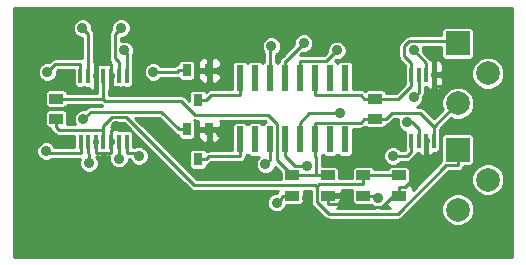
<source format=gtl>
%FSLAX34Y34*%
G04 Gerber Fmt 3.4, Leading zero omitted, Abs format*
G04 (created by PCBNEW (2014-02-02 BZR 4653)-product) date 2014-03-02 10:39:36 PM*
%MOIN*%
G01*
G70*
G90*
G04 APERTURE LIST*
%ADD10C,0.005906*%
%ADD11R,0.011800X0.051200*%
%ADD12R,0.027600X0.039400*%
%ADD13R,0.023600X0.086600*%
%ADD14R,0.045000X0.032000*%
%ADD15C,0.078700*%
%ADD16R,0.078700X0.078700*%
%ADD17C,0.035000*%
%ADD18C,0.010000*%
G04 APERTURE END LIST*
G54D10*
G54D11*
X34663Y-44367D03*
X34913Y-44367D03*
X35173Y-44367D03*
X35423Y-44367D03*
X35423Y-42167D03*
X35168Y-42167D03*
X34913Y-42167D03*
X34658Y-42167D03*
G54D12*
X27559Y-44988D03*
X27184Y-43988D03*
X27934Y-43988D03*
X27559Y-43019D03*
X27184Y-42019D03*
X27934Y-42019D03*
G54D13*
X28958Y-44330D03*
X29458Y-44330D03*
X29958Y-44330D03*
X30458Y-44330D03*
X30958Y-44330D03*
X31458Y-44330D03*
X31958Y-44330D03*
X32458Y-44330D03*
X32458Y-42284D03*
X31958Y-42284D03*
X31458Y-42284D03*
X30958Y-42284D03*
X30458Y-42284D03*
X29958Y-42284D03*
X29458Y-42284D03*
X28958Y-42284D03*
G54D14*
X33464Y-42972D03*
X33464Y-43642D03*
X31889Y-46201D03*
X31889Y-45531D03*
X34251Y-45531D03*
X34251Y-46201D03*
X33070Y-45531D03*
X33070Y-46201D03*
X30708Y-45531D03*
X30708Y-46201D03*
X22834Y-43642D03*
X22834Y-42972D03*
G54D15*
X37220Y-42125D03*
X36220Y-43125D03*
G54D16*
X36220Y-41125D03*
G54D15*
X37220Y-45669D03*
X36220Y-46669D03*
G54D16*
X36220Y-44669D03*
G54D11*
X23649Y-44407D03*
X23899Y-44407D03*
X24159Y-44407D03*
X24409Y-44407D03*
X24669Y-44407D03*
X24924Y-44407D03*
X25179Y-44407D03*
X25179Y-42207D03*
X24924Y-42207D03*
X24669Y-42207D03*
X24409Y-42207D03*
X24154Y-42207D03*
X23899Y-42207D03*
X23644Y-42207D03*
G54D17*
X37204Y-43307D03*
X31200Y-46299D03*
X27086Y-44822D03*
X28464Y-46338D03*
X33484Y-40610D03*
X31161Y-40629D03*
X28334Y-42044D03*
X32381Y-46491D03*
X24835Y-43894D03*
X24905Y-42721D03*
X28332Y-44118D03*
X34748Y-42932D03*
X25000Y-40609D03*
X25108Y-41365D03*
X30183Y-46440D03*
X33554Y-46287D03*
X23710Y-40620D03*
X32283Y-43453D03*
X31179Y-45224D03*
X29811Y-45157D03*
X26073Y-42076D03*
X23924Y-45122D03*
X22540Y-42083D03*
X22502Y-44724D03*
X32193Y-41365D03*
X24924Y-44972D03*
X25590Y-44881D03*
X34055Y-44881D03*
X34541Y-43761D03*
X34749Y-41365D03*
X30005Y-41220D03*
X31081Y-41121D03*
X23743Y-43654D03*
G54D18*
X24409Y-44407D02*
X24409Y-44020D01*
X24409Y-43881D02*
X24409Y-44020D01*
X24707Y-43583D02*
X24409Y-43881D01*
X25162Y-43583D02*
X24707Y-43583D01*
X27436Y-45857D02*
X25162Y-43583D01*
X31465Y-45857D02*
X27436Y-45857D01*
X31519Y-45911D02*
X31465Y-45857D01*
X33070Y-45821D02*
X33070Y-45531D01*
X31608Y-45821D02*
X33070Y-45821D01*
X31519Y-45911D02*
X31608Y-45821D01*
X35893Y-41125D02*
X36220Y-41125D01*
X35827Y-41059D02*
X35893Y-41125D01*
X34600Y-41059D02*
X35827Y-41059D01*
X34439Y-41220D02*
X34600Y-41059D01*
X34439Y-41562D02*
X34439Y-41220D01*
X34658Y-41781D02*
X34439Y-41562D01*
X34658Y-42167D02*
X34658Y-41781D01*
X36220Y-41125D02*
X36417Y-41125D01*
X34239Y-42972D02*
X33464Y-42972D01*
X34658Y-42553D02*
X34239Y-42972D01*
X34658Y-42167D02*
X34658Y-42553D01*
X33464Y-42972D02*
X33464Y-42972D01*
X22923Y-44020D02*
X24409Y-44020D01*
X22834Y-43932D02*
X22923Y-44020D01*
X22834Y-43642D02*
X22834Y-43932D01*
X22834Y-43642D02*
X22834Y-43642D01*
X33070Y-45531D02*
X34251Y-45531D01*
X33070Y-45531D02*
X33070Y-45531D01*
X34251Y-45531D02*
X34251Y-45531D01*
X34251Y-45531D02*
X34251Y-45531D01*
X31458Y-42847D02*
X31458Y-42284D01*
X32984Y-42847D02*
X31458Y-42847D01*
X33109Y-42972D02*
X32984Y-42847D01*
X33464Y-42972D02*
X33109Y-42972D01*
X31458Y-42284D02*
X31458Y-42284D01*
X31519Y-46403D02*
X31519Y-45911D01*
X31918Y-46802D02*
X31519Y-46403D01*
X34221Y-46802D02*
X31918Y-46802D01*
X35831Y-45192D02*
X34221Y-46802D01*
X36220Y-45192D02*
X35831Y-45192D01*
X36220Y-44669D02*
X36220Y-45192D01*
X31889Y-45531D02*
X31506Y-45531D01*
X24409Y-42207D02*
X24409Y-42972D01*
X31458Y-44893D02*
X31458Y-44330D01*
X31506Y-44940D02*
X31458Y-44893D01*
X31506Y-45531D02*
X31506Y-44940D01*
X22834Y-42972D02*
X22834Y-42972D01*
X24409Y-42972D02*
X22834Y-42972D01*
X22834Y-42972D02*
X22834Y-42972D01*
X30708Y-45531D02*
X30708Y-45531D01*
X30206Y-45029D02*
X30708Y-45531D01*
X30206Y-43826D02*
X30206Y-45029D01*
X29881Y-43501D02*
X30206Y-43826D01*
X27452Y-43501D02*
X29881Y-43501D01*
X26984Y-43033D02*
X27452Y-43501D01*
X24470Y-43033D02*
X26984Y-43033D01*
X24409Y-42972D02*
X24470Y-43033D01*
X30708Y-45531D02*
X31506Y-45531D01*
X31889Y-45531D02*
X31889Y-45531D01*
X33464Y-43642D02*
X33464Y-43642D01*
X33109Y-43642D02*
X33464Y-43642D01*
X32984Y-43766D02*
X33109Y-43642D01*
X31458Y-43766D02*
X32984Y-43766D01*
X31458Y-44330D02*
X31458Y-43766D01*
X36203Y-43125D02*
X35423Y-43906D01*
X36220Y-43125D02*
X36203Y-43125D01*
X34953Y-43436D02*
X35423Y-43906D01*
X34025Y-43436D02*
X34953Y-43436D01*
X33819Y-43642D02*
X34025Y-43436D01*
X33464Y-43642D02*
X33819Y-43642D01*
X35423Y-43906D02*
X35423Y-44367D01*
X35423Y-42167D02*
X36487Y-42167D01*
X36487Y-42167D02*
X37204Y-42885D01*
X37204Y-42885D02*
X37204Y-43307D01*
X28227Y-42044D02*
X28334Y-42044D01*
X28202Y-42019D02*
X28227Y-42044D01*
X27934Y-42019D02*
X28202Y-42019D01*
X24669Y-44793D02*
X24669Y-44407D01*
X24159Y-44793D02*
X24669Y-44793D01*
X24159Y-44407D02*
X24159Y-44793D01*
X31889Y-46491D02*
X31889Y-46201D01*
X32381Y-46491D02*
X31889Y-46491D01*
X24154Y-41820D02*
X24154Y-42207D01*
X24669Y-41820D02*
X24154Y-41820D01*
X24669Y-42207D02*
X24669Y-41820D01*
X24669Y-44020D02*
X24669Y-44407D01*
X24708Y-44020D02*
X24669Y-44020D01*
X24835Y-43894D02*
X24708Y-44020D01*
X34251Y-46201D02*
X34251Y-46201D01*
X34074Y-46201D02*
X34251Y-46201D01*
X33682Y-46592D02*
X34074Y-46201D01*
X32483Y-46592D02*
X33682Y-46592D01*
X32381Y-46491D02*
X32483Y-46592D01*
X35173Y-45207D02*
X35173Y-44367D01*
X34469Y-45911D02*
X35173Y-45207D01*
X34251Y-45911D02*
X34469Y-45911D01*
X34251Y-46201D02*
X34251Y-45911D01*
X24669Y-42593D02*
X24669Y-42207D01*
X24777Y-42593D02*
X24669Y-42593D01*
X24905Y-42721D02*
X24777Y-42593D01*
X28202Y-43988D02*
X27934Y-43988D01*
X28332Y-44118D02*
X28202Y-43988D01*
X35423Y-42553D02*
X35423Y-42167D01*
X35720Y-42553D02*
X35423Y-42553D01*
X34913Y-42768D02*
X34748Y-42932D01*
X34913Y-42167D02*
X34913Y-42768D01*
X24793Y-40816D02*
X25000Y-40609D01*
X24793Y-41605D02*
X24793Y-40816D01*
X24924Y-41736D02*
X24793Y-41605D01*
X24924Y-42207D02*
X24924Y-41736D01*
X25179Y-41436D02*
X25108Y-41365D01*
X25179Y-42207D02*
X25179Y-41436D01*
X30708Y-46201D02*
X30708Y-46201D01*
X30353Y-46270D02*
X30183Y-46440D01*
X30353Y-46201D02*
X30353Y-46270D01*
X30708Y-46201D02*
X30353Y-46201D01*
X30708Y-46201D02*
X30708Y-46201D01*
X33070Y-46201D02*
X33070Y-46201D01*
X33512Y-46287D02*
X33554Y-46287D01*
X33425Y-46201D02*
X33512Y-46287D01*
X33070Y-46201D02*
X33425Y-46201D01*
X33070Y-46201D02*
X33070Y-46201D01*
X23899Y-40809D02*
X23710Y-40620D01*
X23899Y-42207D02*
X23899Y-40809D01*
X31272Y-43453D02*
X32283Y-43453D01*
X30958Y-43766D02*
X31272Y-43453D01*
X30958Y-44329D02*
X30958Y-43766D01*
X30958Y-44329D02*
X30958Y-44330D01*
X30458Y-44893D02*
X30458Y-44330D01*
X30790Y-45224D02*
X30458Y-44893D01*
X31179Y-45224D02*
X30790Y-45224D01*
X30458Y-44329D02*
X30458Y-44330D01*
X29958Y-45010D02*
X29958Y-44330D01*
X29811Y-45157D02*
X29958Y-45010D01*
X29958Y-44330D02*
X29958Y-44329D01*
X26858Y-42076D02*
X26073Y-42076D01*
X26915Y-42019D02*
X26858Y-42076D01*
X27184Y-42019D02*
X26915Y-42019D01*
X23924Y-44817D02*
X23924Y-45122D01*
X23899Y-44793D02*
X23924Y-44817D01*
X23899Y-44407D02*
X23899Y-44793D01*
X22803Y-41820D02*
X22540Y-42083D01*
X23644Y-41820D02*
X22803Y-41820D01*
X23644Y-42207D02*
X23644Y-41820D01*
X22571Y-44793D02*
X22502Y-44724D01*
X23649Y-44793D02*
X22571Y-44793D01*
X23649Y-44407D02*
X23649Y-44793D01*
X30958Y-41720D02*
X30958Y-42284D01*
X31838Y-41720D02*
X30958Y-41720D01*
X32193Y-41365D02*
X31838Y-41720D01*
X30958Y-42284D02*
X30958Y-42284D01*
X24924Y-44972D02*
X24924Y-44407D01*
X25501Y-44793D02*
X25590Y-44881D01*
X25179Y-44793D02*
X25501Y-44793D01*
X25179Y-44407D02*
X25179Y-44793D01*
X28958Y-42847D02*
X28958Y-42284D01*
X27999Y-42847D02*
X28958Y-42847D01*
X27827Y-43019D02*
X27999Y-42847D01*
X27559Y-43019D02*
X27827Y-43019D01*
X28958Y-42284D02*
X28958Y-42284D01*
X34535Y-44881D02*
X34055Y-44881D01*
X34663Y-44753D02*
X34535Y-44881D01*
X34663Y-44367D02*
X34663Y-44753D01*
X28958Y-44893D02*
X28958Y-44330D01*
X27922Y-44893D02*
X28958Y-44893D01*
X27827Y-44988D02*
X27922Y-44893D01*
X27559Y-44988D02*
X27827Y-44988D01*
X28958Y-44330D02*
X28958Y-44329D01*
X34693Y-43761D02*
X34541Y-43761D01*
X34913Y-43981D02*
X34693Y-43761D01*
X34913Y-44367D02*
X34913Y-43981D01*
X35165Y-41781D02*
X34749Y-41365D01*
X35168Y-41781D02*
X35165Y-41781D01*
X35168Y-42167D02*
X35168Y-41781D01*
X29958Y-41267D02*
X29958Y-42284D01*
X30005Y-41220D02*
X29958Y-41267D01*
X29958Y-42284D02*
X29958Y-42284D01*
X30458Y-41720D02*
X30458Y-42284D01*
X30481Y-41720D02*
X30458Y-41720D01*
X31081Y-41121D02*
X30481Y-41720D01*
X30458Y-42284D02*
X30458Y-42284D01*
X23994Y-43403D02*
X23743Y-43654D01*
X26331Y-43403D02*
X23994Y-43403D01*
X26915Y-43988D02*
X26331Y-43403D01*
X27184Y-43988D02*
X26915Y-43988D01*
G54D10*
G36*
X24200Y-44457D02*
X24188Y-44457D01*
X24188Y-44464D01*
X24129Y-44464D01*
X24129Y-44457D01*
X24108Y-44457D01*
X24108Y-44357D01*
X24129Y-44357D01*
X24129Y-44349D01*
X24188Y-44349D01*
X24188Y-44357D01*
X24200Y-44357D01*
X24200Y-44457D01*
X24200Y-44457D01*
G37*
G54D18*
X24200Y-44457D02*
X24188Y-44457D01*
X24188Y-44464D01*
X24129Y-44464D01*
X24129Y-44457D01*
X24108Y-44457D01*
X24108Y-44357D01*
X24129Y-44357D01*
X24129Y-44349D01*
X24188Y-44349D01*
X24188Y-44357D01*
X24200Y-44357D01*
X24200Y-44457D01*
G54D10*
G36*
X24715Y-44457D02*
X24698Y-44457D01*
X24698Y-44464D01*
X24639Y-44464D01*
X24639Y-44457D01*
X24618Y-44457D01*
X24618Y-44357D01*
X24639Y-44357D01*
X24639Y-44349D01*
X24698Y-44349D01*
X24698Y-44357D01*
X24715Y-44357D01*
X24715Y-44457D01*
X24715Y-44457D01*
G37*
G54D18*
X24715Y-44457D02*
X24698Y-44457D01*
X24698Y-44464D01*
X24639Y-44464D01*
X24639Y-44457D01*
X24618Y-44457D01*
X24618Y-44357D01*
X24639Y-44357D01*
X24639Y-44349D01*
X24698Y-44349D01*
X24698Y-44357D01*
X24715Y-44357D01*
X24715Y-44457D01*
G54D10*
G36*
X25317Y-44021D02*
X25268Y-44001D01*
X25208Y-44001D01*
X25090Y-44001D01*
X25051Y-44017D01*
X25013Y-44001D01*
X24953Y-44001D01*
X24932Y-44001D01*
X24870Y-43939D01*
X24778Y-43901D01*
X24761Y-43901D01*
X24719Y-43943D01*
X24719Y-43901D01*
X24672Y-43901D01*
X24789Y-43783D01*
X25080Y-43783D01*
X25317Y-44021D01*
X25317Y-44021D01*
G37*
G54D18*
X25317Y-44021D02*
X25268Y-44001D01*
X25208Y-44001D01*
X25090Y-44001D01*
X25051Y-44017D01*
X25013Y-44001D01*
X24953Y-44001D01*
X24932Y-44001D01*
X24870Y-43939D01*
X24778Y-43901D01*
X24761Y-43901D01*
X24719Y-43943D01*
X24719Y-43901D01*
X24672Y-43901D01*
X24789Y-43783D01*
X25080Y-43783D01*
X25317Y-44021D01*
G54D10*
G36*
X30333Y-45657D02*
X27519Y-45657D01*
X25465Y-43603D01*
X26248Y-43603D01*
X26774Y-44129D01*
X26774Y-44129D01*
X26774Y-44129D01*
X26805Y-44150D01*
X26839Y-44172D01*
X26839Y-44172D01*
X26839Y-44172D01*
X26878Y-44180D01*
X26896Y-44184D01*
X26896Y-44215D01*
X26918Y-44270D01*
X26961Y-44312D01*
X27016Y-44335D01*
X27075Y-44335D01*
X27351Y-44335D01*
X27407Y-44312D01*
X27449Y-44270D01*
X27472Y-44215D01*
X27472Y-44155D01*
X27472Y-43761D01*
X27449Y-43706D01*
X27442Y-43699D01*
X27452Y-43701D01*
X27452Y-43701D01*
X27452Y-43701D01*
X27562Y-43701D01*
X27546Y-43741D01*
X27546Y-43840D01*
X27546Y-43875D01*
X27608Y-43938D01*
X27884Y-43938D01*
X27884Y-43930D01*
X27984Y-43930D01*
X27984Y-43938D01*
X28259Y-43938D01*
X28322Y-43875D01*
X28322Y-43840D01*
X28322Y-43741D01*
X28305Y-43701D01*
X29798Y-43701D01*
X29844Y-43747D01*
X29810Y-43747D01*
X29755Y-43769D01*
X29713Y-43812D01*
X29708Y-43823D01*
X29703Y-43812D01*
X29661Y-43769D01*
X29606Y-43747D01*
X29546Y-43747D01*
X29310Y-43747D01*
X29255Y-43769D01*
X29213Y-43812D01*
X29208Y-43823D01*
X29203Y-43812D01*
X29161Y-43769D01*
X29106Y-43747D01*
X29046Y-43747D01*
X28810Y-43747D01*
X28755Y-43769D01*
X28713Y-43812D01*
X28690Y-43867D01*
X28690Y-43926D01*
X28690Y-44693D01*
X28322Y-44693D01*
X28322Y-44234D01*
X28322Y-44135D01*
X28322Y-44100D01*
X28259Y-44038D01*
X27984Y-44038D01*
X27984Y-44372D01*
X28046Y-44435D01*
X28121Y-44435D01*
X28213Y-44397D01*
X28283Y-44326D01*
X28322Y-44234D01*
X28322Y-44693D01*
X27922Y-44693D01*
X27922Y-44693D01*
X27884Y-44700D01*
X27884Y-44372D01*
X27884Y-44038D01*
X27608Y-44038D01*
X27546Y-44100D01*
X27546Y-44135D01*
X27546Y-44234D01*
X27584Y-44326D01*
X27654Y-44397D01*
X27746Y-44435D01*
X27821Y-44435D01*
X27884Y-44372D01*
X27884Y-44700D01*
X27884Y-44700D01*
X27845Y-44708D01*
X27845Y-44708D01*
X27845Y-44708D01*
X27829Y-44719D01*
X27824Y-44706D01*
X27782Y-44664D01*
X27726Y-44641D01*
X27667Y-44641D01*
X27391Y-44641D01*
X27336Y-44664D01*
X27293Y-44706D01*
X27271Y-44761D01*
X27271Y-44821D01*
X27271Y-45215D01*
X27293Y-45270D01*
X27336Y-45312D01*
X27391Y-45335D01*
X27450Y-45335D01*
X27726Y-45335D01*
X27782Y-45312D01*
X27824Y-45270D01*
X27847Y-45215D01*
X27847Y-45184D01*
X27865Y-45180D01*
X27903Y-45173D01*
X27903Y-45172D01*
X27903Y-45172D01*
X27935Y-45151D01*
X27968Y-45129D01*
X27968Y-45129D01*
X28004Y-45093D01*
X28958Y-45093D01*
X29035Y-45078D01*
X29100Y-45034D01*
X29143Y-44969D01*
X29158Y-44893D01*
X29158Y-44891D01*
X29161Y-44890D01*
X29203Y-44848D01*
X29208Y-44836D01*
X29213Y-44848D01*
X29255Y-44890D01*
X29310Y-44913D01*
X29370Y-44913D01*
X29596Y-44913D01*
X29536Y-44973D01*
X29486Y-45092D01*
X29486Y-45222D01*
X29535Y-45341D01*
X29627Y-45433D01*
X29746Y-45482D01*
X29875Y-45482D01*
X29995Y-45433D01*
X30086Y-45342D01*
X30130Y-45236D01*
X30333Y-45438D01*
X30333Y-45657D01*
X30333Y-45657D01*
G37*
G54D18*
X30333Y-45657D02*
X27519Y-45657D01*
X25465Y-43603D01*
X26248Y-43603D01*
X26774Y-44129D01*
X26774Y-44129D01*
X26774Y-44129D01*
X26805Y-44150D01*
X26839Y-44172D01*
X26839Y-44172D01*
X26839Y-44172D01*
X26878Y-44180D01*
X26896Y-44184D01*
X26896Y-44215D01*
X26918Y-44270D01*
X26961Y-44312D01*
X27016Y-44335D01*
X27075Y-44335D01*
X27351Y-44335D01*
X27407Y-44312D01*
X27449Y-44270D01*
X27472Y-44215D01*
X27472Y-44155D01*
X27472Y-43761D01*
X27449Y-43706D01*
X27442Y-43699D01*
X27452Y-43701D01*
X27452Y-43701D01*
X27452Y-43701D01*
X27562Y-43701D01*
X27546Y-43741D01*
X27546Y-43840D01*
X27546Y-43875D01*
X27608Y-43938D01*
X27884Y-43938D01*
X27884Y-43930D01*
X27984Y-43930D01*
X27984Y-43938D01*
X28259Y-43938D01*
X28322Y-43875D01*
X28322Y-43840D01*
X28322Y-43741D01*
X28305Y-43701D01*
X29798Y-43701D01*
X29844Y-43747D01*
X29810Y-43747D01*
X29755Y-43769D01*
X29713Y-43812D01*
X29708Y-43823D01*
X29703Y-43812D01*
X29661Y-43769D01*
X29606Y-43747D01*
X29546Y-43747D01*
X29310Y-43747D01*
X29255Y-43769D01*
X29213Y-43812D01*
X29208Y-43823D01*
X29203Y-43812D01*
X29161Y-43769D01*
X29106Y-43747D01*
X29046Y-43747D01*
X28810Y-43747D01*
X28755Y-43769D01*
X28713Y-43812D01*
X28690Y-43867D01*
X28690Y-43926D01*
X28690Y-44693D01*
X28322Y-44693D01*
X28322Y-44234D01*
X28322Y-44135D01*
X28322Y-44100D01*
X28259Y-44038D01*
X27984Y-44038D01*
X27984Y-44372D01*
X28046Y-44435D01*
X28121Y-44435D01*
X28213Y-44397D01*
X28283Y-44326D01*
X28322Y-44234D01*
X28322Y-44693D01*
X27922Y-44693D01*
X27922Y-44693D01*
X27884Y-44700D01*
X27884Y-44372D01*
X27884Y-44038D01*
X27608Y-44038D01*
X27546Y-44100D01*
X27546Y-44135D01*
X27546Y-44234D01*
X27584Y-44326D01*
X27654Y-44397D01*
X27746Y-44435D01*
X27821Y-44435D01*
X27884Y-44372D01*
X27884Y-44700D01*
X27884Y-44700D01*
X27845Y-44708D01*
X27845Y-44708D01*
X27845Y-44708D01*
X27829Y-44719D01*
X27824Y-44706D01*
X27782Y-44664D01*
X27726Y-44641D01*
X27667Y-44641D01*
X27391Y-44641D01*
X27336Y-44664D01*
X27293Y-44706D01*
X27271Y-44761D01*
X27271Y-44821D01*
X27271Y-45215D01*
X27293Y-45270D01*
X27336Y-45312D01*
X27391Y-45335D01*
X27450Y-45335D01*
X27726Y-45335D01*
X27782Y-45312D01*
X27824Y-45270D01*
X27847Y-45215D01*
X27847Y-45184D01*
X27865Y-45180D01*
X27903Y-45173D01*
X27903Y-45172D01*
X27903Y-45172D01*
X27935Y-45151D01*
X27968Y-45129D01*
X27968Y-45129D01*
X28004Y-45093D01*
X28958Y-45093D01*
X29035Y-45078D01*
X29100Y-45034D01*
X29143Y-44969D01*
X29158Y-44893D01*
X29158Y-44891D01*
X29161Y-44890D01*
X29203Y-44848D01*
X29208Y-44836D01*
X29213Y-44848D01*
X29255Y-44890D01*
X29310Y-44913D01*
X29370Y-44913D01*
X29596Y-44913D01*
X29536Y-44973D01*
X29486Y-45092D01*
X29486Y-45222D01*
X29535Y-45341D01*
X29627Y-45433D01*
X29746Y-45482D01*
X29875Y-45482D01*
X29995Y-45433D01*
X30086Y-45342D01*
X30130Y-45236D01*
X30333Y-45438D01*
X30333Y-45657D01*
G54D10*
G36*
X33464Y-46602D02*
X32185Y-46602D01*
X32256Y-46573D01*
X32326Y-46502D01*
X32364Y-46410D01*
X32364Y-46313D01*
X32302Y-46251D01*
X31939Y-46251D01*
X31939Y-46259D01*
X31839Y-46259D01*
X31839Y-46251D01*
X31831Y-46251D01*
X31831Y-46151D01*
X31839Y-46151D01*
X31839Y-46143D01*
X31939Y-46143D01*
X31939Y-46151D01*
X32302Y-46151D01*
X32364Y-46088D01*
X32364Y-46021D01*
X32695Y-46021D01*
X32695Y-46070D01*
X32695Y-46390D01*
X32718Y-46446D01*
X32760Y-46488D01*
X32816Y-46511D01*
X32875Y-46511D01*
X33318Y-46511D01*
X33370Y-46563D01*
X33464Y-46602D01*
X33464Y-46602D01*
G37*
G54D18*
X33464Y-46602D02*
X32185Y-46602D01*
X32256Y-46573D01*
X32326Y-46502D01*
X32364Y-46410D01*
X32364Y-46313D01*
X32302Y-46251D01*
X31939Y-46251D01*
X31939Y-46259D01*
X31839Y-46259D01*
X31839Y-46251D01*
X31831Y-46251D01*
X31831Y-46151D01*
X31839Y-46151D01*
X31839Y-46143D01*
X31939Y-46143D01*
X31939Y-46151D01*
X32302Y-46151D01*
X32364Y-46088D01*
X32364Y-46021D01*
X32695Y-46021D01*
X32695Y-46070D01*
X32695Y-46390D01*
X32718Y-46446D01*
X32760Y-46488D01*
X32816Y-46511D01*
X32875Y-46511D01*
X33318Y-46511D01*
X33370Y-46563D01*
X33464Y-46602D01*
G54D10*
G36*
X33956Y-46602D02*
X33644Y-46602D01*
X33738Y-46563D01*
X33810Y-46491D01*
X33815Y-46502D01*
X33885Y-46573D01*
X33956Y-46602D01*
X33956Y-46602D01*
G37*
G54D18*
X33956Y-46602D02*
X33644Y-46602D01*
X33738Y-46563D01*
X33810Y-46491D01*
X33815Y-46502D01*
X33885Y-46573D01*
X33956Y-46602D01*
G54D10*
G36*
X34309Y-46251D02*
X34301Y-46251D01*
X34301Y-46259D01*
X34201Y-46259D01*
X34201Y-46251D01*
X34194Y-46251D01*
X34194Y-46151D01*
X34201Y-46151D01*
X34201Y-46143D01*
X34301Y-46143D01*
X34301Y-46151D01*
X34309Y-46151D01*
X34309Y-46251D01*
X34309Y-46251D01*
G37*
G54D18*
X34309Y-46251D02*
X34301Y-46251D01*
X34301Y-46259D01*
X34201Y-46259D01*
X34201Y-46251D01*
X34194Y-46251D01*
X34194Y-46151D01*
X34201Y-46151D01*
X34201Y-46143D01*
X34301Y-46143D01*
X34301Y-46151D01*
X34309Y-46151D01*
X34309Y-46251D01*
G54D10*
G36*
X38019Y-48255D02*
X37764Y-48255D01*
X37764Y-45561D01*
X37764Y-42018D01*
X37681Y-41818D01*
X37528Y-41665D01*
X37329Y-41582D01*
X37112Y-41582D01*
X36913Y-41664D01*
X36759Y-41817D01*
X36677Y-42017D01*
X36676Y-42233D01*
X36759Y-42433D01*
X36912Y-42586D01*
X37111Y-42669D01*
X37328Y-42669D01*
X37527Y-42587D01*
X37680Y-42434D01*
X37763Y-42234D01*
X37764Y-42018D01*
X37764Y-45561D01*
X37681Y-45361D01*
X37528Y-45208D01*
X37329Y-45125D01*
X37112Y-45125D01*
X36913Y-45208D01*
X36764Y-45356D01*
X36764Y-43018D01*
X36681Y-42818D01*
X36528Y-42665D01*
X36329Y-42582D01*
X36112Y-42582D01*
X35913Y-42664D01*
X35759Y-42817D01*
X35732Y-42884D01*
X35732Y-42473D01*
X35732Y-42373D01*
X35732Y-42280D01*
X35732Y-42055D01*
X35732Y-41961D01*
X35732Y-41861D01*
X35694Y-41770D01*
X35623Y-41699D01*
X35531Y-41661D01*
X35515Y-41661D01*
X35452Y-41724D01*
X35452Y-42117D01*
X35669Y-42117D01*
X35732Y-42055D01*
X35732Y-42280D01*
X35669Y-42217D01*
X35452Y-42217D01*
X35452Y-42611D01*
X35515Y-42673D01*
X35531Y-42673D01*
X35623Y-42635D01*
X35694Y-42565D01*
X35732Y-42473D01*
X35732Y-42884D01*
X35677Y-43017D01*
X35676Y-43233D01*
X35716Y-43329D01*
X35423Y-43623D01*
X35095Y-43295D01*
X35095Y-43295D01*
X35095Y-43295D01*
X35063Y-43273D01*
X35030Y-43251D01*
X35030Y-43251D01*
X35030Y-43251D01*
X34992Y-43244D01*
X34953Y-43236D01*
X34953Y-43236D01*
X34953Y-43236D01*
X34863Y-43236D01*
X34932Y-43208D01*
X35023Y-43117D01*
X35073Y-42997D01*
X35073Y-42881D01*
X35076Y-42877D01*
X35097Y-42844D01*
X35097Y-42844D01*
X35098Y-42844D01*
X35105Y-42806D01*
X35113Y-42768D01*
X35113Y-42768D01*
X35113Y-42768D01*
X35113Y-42573D01*
X35139Y-42573D01*
X35160Y-42573D01*
X35222Y-42635D01*
X35314Y-42673D01*
X35331Y-42673D01*
X35393Y-42611D01*
X35393Y-42217D01*
X35377Y-42217D01*
X35377Y-42117D01*
X35393Y-42117D01*
X35393Y-41724D01*
X35331Y-41661D01*
X35324Y-41661D01*
X35309Y-41640D01*
X35301Y-41634D01*
X35074Y-41407D01*
X35074Y-41301D01*
X35057Y-41259D01*
X35676Y-41259D01*
X35676Y-41549D01*
X35699Y-41604D01*
X35742Y-41646D01*
X35797Y-41669D01*
X35856Y-41669D01*
X36643Y-41669D01*
X36698Y-41646D01*
X36741Y-41604D01*
X36763Y-41549D01*
X36763Y-41489D01*
X36763Y-40702D01*
X36741Y-40647D01*
X36698Y-40605D01*
X36643Y-40582D01*
X36584Y-40582D01*
X35797Y-40582D01*
X35742Y-40605D01*
X35699Y-40647D01*
X35676Y-40702D01*
X35676Y-40762D01*
X35676Y-40859D01*
X34600Y-40859D01*
X34562Y-40867D01*
X34524Y-40874D01*
X34523Y-40874D01*
X34523Y-40874D01*
X34491Y-40896D01*
X34459Y-40917D01*
X34298Y-41078D01*
X34298Y-41078D01*
X34298Y-41078D01*
X34276Y-41111D01*
X34254Y-41143D01*
X34254Y-41143D01*
X34254Y-41143D01*
X34247Y-41181D01*
X34239Y-41219D01*
X34239Y-41219D01*
X34239Y-41220D01*
X34239Y-41562D01*
X34239Y-41563D01*
X34239Y-41563D01*
X34247Y-41601D01*
X34254Y-41639D01*
X34254Y-41639D01*
X34254Y-41639D01*
X34276Y-41672D01*
X34298Y-41704D01*
X34298Y-41704D01*
X34298Y-41704D01*
X34456Y-41863D01*
X34449Y-41881D01*
X34449Y-41941D01*
X34449Y-42453D01*
X34456Y-42472D01*
X34157Y-42772D01*
X33835Y-42772D01*
X33816Y-42727D01*
X33774Y-42684D01*
X33719Y-42662D01*
X33659Y-42662D01*
X33209Y-42662D01*
X33154Y-42684D01*
X33129Y-42709D01*
X33125Y-42705D01*
X33093Y-42683D01*
X33061Y-42662D01*
X33061Y-42662D01*
X33061Y-42662D01*
X33022Y-42654D01*
X32984Y-42647D01*
X32984Y-42647D01*
X32726Y-42647D01*
X32726Y-41821D01*
X32703Y-41766D01*
X32661Y-41723D01*
X32606Y-41701D01*
X32546Y-41701D01*
X32310Y-41701D01*
X32255Y-41723D01*
X32213Y-41766D01*
X32208Y-41777D01*
X32203Y-41766D01*
X32161Y-41723D01*
X32130Y-41711D01*
X32151Y-41690D01*
X32257Y-41690D01*
X32377Y-41641D01*
X32468Y-41550D01*
X32518Y-41430D01*
X32518Y-41301D01*
X32469Y-41181D01*
X32377Y-41090D01*
X32258Y-41040D01*
X32129Y-41040D01*
X32009Y-41090D01*
X31918Y-41181D01*
X31868Y-41300D01*
X31868Y-41407D01*
X31755Y-41520D01*
X30964Y-41520D01*
X31038Y-41446D01*
X31145Y-41446D01*
X31264Y-41396D01*
X31356Y-41305D01*
X31405Y-41186D01*
X31406Y-41056D01*
X31356Y-40937D01*
X31265Y-40845D01*
X31145Y-40796D01*
X31016Y-40796D01*
X30897Y-40845D01*
X30805Y-40936D01*
X30756Y-41056D01*
X30755Y-41163D01*
X30383Y-41535D01*
X30382Y-41536D01*
X30317Y-41579D01*
X30273Y-41644D01*
X30258Y-41720D01*
X30258Y-41722D01*
X30255Y-41723D01*
X30213Y-41766D01*
X30208Y-41777D01*
X30203Y-41766D01*
X30161Y-41723D01*
X30158Y-41722D01*
X30158Y-41509D01*
X30189Y-41496D01*
X30280Y-41405D01*
X30330Y-41285D01*
X30330Y-41156D01*
X30281Y-41037D01*
X30189Y-40945D01*
X30070Y-40895D01*
X29941Y-40895D01*
X29821Y-40945D01*
X29730Y-41036D01*
X29680Y-41155D01*
X29680Y-41285D01*
X29729Y-41404D01*
X29758Y-41433D01*
X29758Y-41722D01*
X29755Y-41723D01*
X29713Y-41766D01*
X29708Y-41777D01*
X29703Y-41766D01*
X29661Y-41723D01*
X29606Y-41701D01*
X29546Y-41701D01*
X29310Y-41701D01*
X29255Y-41723D01*
X29213Y-41766D01*
X29208Y-41777D01*
X29203Y-41766D01*
X29161Y-41723D01*
X29106Y-41701D01*
X29046Y-41701D01*
X28810Y-41701D01*
X28755Y-41723D01*
X28713Y-41766D01*
X28690Y-41821D01*
X28690Y-41880D01*
X28690Y-42647D01*
X28322Y-42647D01*
X28322Y-42266D01*
X28322Y-42166D01*
X28322Y-42132D01*
X28322Y-41907D01*
X28322Y-41872D01*
X28322Y-41772D01*
X28283Y-41681D01*
X28213Y-41610D01*
X28121Y-41572D01*
X28046Y-41572D01*
X27984Y-41635D01*
X27984Y-41969D01*
X28259Y-41969D01*
X28322Y-41907D01*
X28322Y-42132D01*
X28259Y-42069D01*
X27984Y-42069D01*
X27984Y-42404D01*
X28046Y-42466D01*
X28121Y-42466D01*
X28213Y-42428D01*
X28283Y-42358D01*
X28322Y-42266D01*
X28322Y-42647D01*
X27999Y-42647D01*
X27959Y-42655D01*
X27923Y-42662D01*
X27923Y-42662D01*
X27923Y-42662D01*
X27890Y-42683D01*
X27884Y-42688D01*
X27884Y-42404D01*
X27884Y-42069D01*
X27884Y-41969D01*
X27884Y-41635D01*
X27821Y-41572D01*
X27746Y-41572D01*
X27654Y-41610D01*
X27584Y-41681D01*
X27546Y-41772D01*
X27546Y-41872D01*
X27546Y-41907D01*
X27608Y-41969D01*
X27884Y-41969D01*
X27884Y-42069D01*
X27608Y-42069D01*
X27546Y-42132D01*
X27546Y-42166D01*
X27546Y-42266D01*
X27584Y-42358D01*
X27654Y-42428D01*
X27746Y-42466D01*
X27821Y-42466D01*
X27884Y-42404D01*
X27884Y-42688D01*
X27858Y-42705D01*
X27824Y-42739D01*
X27824Y-42737D01*
X27782Y-42695D01*
X27726Y-42672D01*
X27667Y-42672D01*
X27472Y-42672D01*
X27472Y-42246D01*
X27472Y-42186D01*
X27472Y-41792D01*
X27449Y-41737D01*
X27407Y-41695D01*
X27351Y-41672D01*
X27292Y-41672D01*
X27016Y-41672D01*
X26961Y-41695D01*
X26918Y-41737D01*
X26896Y-41792D01*
X26896Y-41823D01*
X26878Y-41827D01*
X26839Y-41834D01*
X26839Y-41834D01*
X26839Y-41834D01*
X26806Y-41856D01*
X26776Y-41876D01*
X26332Y-41876D01*
X26257Y-41801D01*
X26137Y-41751D01*
X26008Y-41751D01*
X25889Y-41801D01*
X25797Y-41892D01*
X25748Y-42011D01*
X25747Y-42141D01*
X25797Y-42260D01*
X25888Y-42352D01*
X26008Y-42401D01*
X26137Y-42401D01*
X26256Y-42352D01*
X26332Y-42276D01*
X26858Y-42276D01*
X26858Y-42276D01*
X26858Y-42276D01*
X26897Y-42269D01*
X26904Y-42267D01*
X26918Y-42301D01*
X26961Y-42343D01*
X27016Y-42366D01*
X27075Y-42366D01*
X27351Y-42366D01*
X27407Y-42343D01*
X27449Y-42301D01*
X27472Y-42246D01*
X27472Y-42672D01*
X27391Y-42672D01*
X27336Y-42695D01*
X27293Y-42737D01*
X27271Y-42792D01*
X27271Y-42852D01*
X27271Y-43037D01*
X27125Y-42892D01*
X27125Y-42892D01*
X27125Y-42892D01*
X27093Y-42870D01*
X27060Y-42848D01*
X27060Y-42848D01*
X27060Y-42848D01*
X27022Y-42841D01*
X26984Y-42833D01*
X26984Y-42833D01*
X26984Y-42833D01*
X25433Y-42833D01*
X24609Y-42833D01*
X24609Y-42681D01*
X24639Y-42650D01*
X24639Y-42257D01*
X24618Y-42257D01*
X24618Y-42157D01*
X24639Y-42157D01*
X24639Y-42149D01*
X24698Y-42149D01*
X24698Y-42157D01*
X24715Y-42157D01*
X24715Y-42257D01*
X24698Y-42257D01*
X24698Y-42650D01*
X24761Y-42713D01*
X24778Y-42713D01*
X24870Y-42675D01*
X24932Y-42613D01*
X25013Y-42613D01*
X25051Y-42597D01*
X25090Y-42613D01*
X25150Y-42613D01*
X25268Y-42613D01*
X25323Y-42590D01*
X25365Y-42548D01*
X25388Y-42492D01*
X25388Y-42433D01*
X25388Y-41921D01*
X25379Y-41899D01*
X25379Y-41554D01*
X25384Y-41550D01*
X25433Y-41430D01*
X25433Y-41301D01*
X25384Y-41181D01*
X25293Y-41090D01*
X25173Y-41040D01*
X25044Y-41040D01*
X24993Y-41061D01*
X24993Y-40934D01*
X25064Y-40934D01*
X25183Y-40885D01*
X25275Y-40794D01*
X25324Y-40674D01*
X25325Y-40545D01*
X25275Y-40425D01*
X25184Y-40334D01*
X25064Y-40284D01*
X24935Y-40284D01*
X24816Y-40334D01*
X24724Y-40425D01*
X24675Y-40544D01*
X24674Y-40651D01*
X24651Y-40675D01*
X24651Y-40675D01*
X24651Y-40675D01*
X24630Y-40707D01*
X24608Y-40739D01*
X24608Y-40739D01*
X24608Y-40739D01*
X24600Y-40778D01*
X24593Y-40816D01*
X24593Y-40816D01*
X24593Y-40816D01*
X24593Y-41605D01*
X24593Y-41605D01*
X24593Y-41605D01*
X24600Y-41643D01*
X24608Y-41682D01*
X24608Y-41682D01*
X24608Y-41682D01*
X24620Y-41701D01*
X24619Y-41701D01*
X24619Y-41743D01*
X24577Y-41701D01*
X24560Y-41701D01*
X24468Y-41739D01*
X24411Y-41796D01*
X24355Y-41739D01*
X24263Y-41701D01*
X24246Y-41701D01*
X24183Y-41763D01*
X24183Y-42157D01*
X24200Y-42157D01*
X24200Y-42257D01*
X24183Y-42257D01*
X24183Y-42650D01*
X24209Y-42676D01*
X24209Y-42772D01*
X24124Y-42772D01*
X24124Y-42650D01*
X24124Y-42257D01*
X24108Y-42257D01*
X24108Y-42157D01*
X24124Y-42157D01*
X24124Y-41763D01*
X24099Y-41738D01*
X24099Y-40809D01*
X24084Y-40732D01*
X24040Y-40668D01*
X24035Y-40662D01*
X24035Y-40555D01*
X23985Y-40436D01*
X23894Y-40344D01*
X23775Y-40295D01*
X23645Y-40295D01*
X23526Y-40344D01*
X23434Y-40435D01*
X23385Y-40555D01*
X23385Y-40684D01*
X23434Y-40803D01*
X23525Y-40895D01*
X23645Y-40945D01*
X23699Y-40945D01*
X23699Y-41631D01*
X23644Y-41620D01*
X22803Y-41620D01*
X22803Y-41620D01*
X22803Y-41620D01*
X22766Y-41628D01*
X22726Y-41636D01*
X22726Y-41636D01*
X22726Y-41636D01*
X22695Y-41657D01*
X22661Y-41679D01*
X22661Y-41679D01*
X22661Y-41679D01*
X22582Y-41758D01*
X22476Y-41758D01*
X22356Y-41807D01*
X22265Y-41899D01*
X22215Y-42018D01*
X22215Y-42147D01*
X22265Y-42267D01*
X22356Y-42358D01*
X22475Y-42408D01*
X22605Y-42408D01*
X22724Y-42359D01*
X22816Y-42267D01*
X22865Y-42148D01*
X22865Y-42041D01*
X22886Y-42020D01*
X23435Y-42020D01*
X23435Y-42492D01*
X23458Y-42548D01*
X23500Y-42590D01*
X23555Y-42613D01*
X23615Y-42613D01*
X23733Y-42613D01*
X23771Y-42597D01*
X23810Y-42613D01*
X23870Y-42613D01*
X23891Y-42613D01*
X23953Y-42675D01*
X24045Y-42713D01*
X24062Y-42713D01*
X24124Y-42650D01*
X24124Y-42772D01*
X23205Y-42772D01*
X23186Y-42727D01*
X23144Y-42684D01*
X23089Y-42662D01*
X23029Y-42662D01*
X22579Y-42662D01*
X22524Y-42684D01*
X22482Y-42727D01*
X22459Y-42782D01*
X22459Y-42841D01*
X22459Y-43161D01*
X22482Y-43217D01*
X22524Y-43259D01*
X22579Y-43282D01*
X22639Y-43282D01*
X23089Y-43282D01*
X23144Y-43259D01*
X23186Y-43217D01*
X23205Y-43172D01*
X24326Y-43172D01*
X24329Y-43174D01*
X24329Y-43175D01*
X24362Y-43196D01*
X24372Y-43203D01*
X23994Y-43203D01*
X23994Y-43203D01*
X23994Y-43203D01*
X23956Y-43211D01*
X23917Y-43218D01*
X23917Y-43218D01*
X23917Y-43218D01*
X23885Y-43240D01*
X23852Y-43262D01*
X23852Y-43262D01*
X23852Y-43262D01*
X23785Y-43329D01*
X23679Y-43329D01*
X23559Y-43378D01*
X23468Y-43469D01*
X23418Y-43589D01*
X23418Y-43718D01*
X23460Y-43820D01*
X23209Y-43820D01*
X23209Y-43772D01*
X23209Y-43452D01*
X23186Y-43397D01*
X23144Y-43354D01*
X23089Y-43332D01*
X23029Y-43332D01*
X22579Y-43332D01*
X22524Y-43354D01*
X22482Y-43397D01*
X22459Y-43452D01*
X22459Y-43511D01*
X22459Y-43831D01*
X22482Y-43887D01*
X22524Y-43929D01*
X22579Y-43952D01*
X22638Y-43952D01*
X22642Y-43970D01*
X22649Y-44008D01*
X22649Y-44008D01*
X22649Y-44009D01*
X22671Y-44041D01*
X22693Y-44073D01*
X22693Y-44073D01*
X22693Y-44073D01*
X22782Y-44162D01*
X22782Y-44162D01*
X22814Y-44184D01*
X22846Y-44205D01*
X22846Y-44205D01*
X22847Y-44205D01*
X22885Y-44213D01*
X22923Y-44220D01*
X23440Y-44220D01*
X23440Y-44593D01*
X22800Y-44593D01*
X22778Y-44540D01*
X22686Y-44448D01*
X22567Y-44399D01*
X22438Y-44398D01*
X22318Y-44448D01*
X22227Y-44539D01*
X22177Y-44659D01*
X22177Y-44788D01*
X22226Y-44907D01*
X22318Y-44999D01*
X22437Y-45048D01*
X22566Y-45049D01*
X22686Y-44999D01*
X22692Y-44993D01*
X23625Y-44993D01*
X23599Y-45057D01*
X23599Y-45186D01*
X23648Y-45306D01*
X23739Y-45397D01*
X23859Y-45447D01*
X23988Y-45447D01*
X24107Y-45398D01*
X24199Y-45306D01*
X24249Y-45187D01*
X24249Y-45058D01*
X24199Y-44938D01*
X24174Y-44913D01*
X24209Y-44913D01*
X24209Y-44871D01*
X24251Y-44913D01*
X24268Y-44913D01*
X24360Y-44875D01*
X24414Y-44820D01*
X24468Y-44875D01*
X24560Y-44913D01*
X24577Y-44913D01*
X24611Y-44879D01*
X24599Y-44907D01*
X24599Y-45037D01*
X24648Y-45156D01*
X24740Y-45248D01*
X24859Y-45297D01*
X24988Y-45297D01*
X25108Y-45248D01*
X25199Y-45157D01*
X25249Y-45037D01*
X25249Y-44993D01*
X25284Y-44993D01*
X25314Y-45065D01*
X25406Y-45157D01*
X25525Y-45206D01*
X25654Y-45206D01*
X25774Y-45157D01*
X25865Y-45066D01*
X25915Y-44946D01*
X25915Y-44817D01*
X25866Y-44698D01*
X25774Y-44606D01*
X25655Y-44556D01*
X25526Y-44556D01*
X25437Y-44593D01*
X25388Y-44593D01*
X25388Y-44121D01*
X25367Y-44071D01*
X27294Y-45998D01*
X27294Y-45998D01*
X27327Y-46020D01*
X27359Y-46041D01*
X27359Y-46041D01*
X27359Y-46041D01*
X27396Y-46049D01*
X27436Y-46057D01*
X27436Y-46057D01*
X30216Y-46057D01*
X30212Y-46059D01*
X30174Y-46115D01*
X30119Y-46115D01*
X30000Y-46164D01*
X29908Y-46256D01*
X29858Y-46375D01*
X29858Y-46504D01*
X29908Y-46624D01*
X29999Y-46715D01*
X30118Y-46765D01*
X30248Y-46765D01*
X30367Y-46716D01*
X30459Y-46624D01*
X30506Y-46511D01*
X30513Y-46511D01*
X30963Y-46511D01*
X31018Y-46488D01*
X31060Y-46446D01*
X31083Y-46390D01*
X31083Y-46331D01*
X31083Y-46057D01*
X31319Y-46057D01*
X31319Y-46403D01*
X31319Y-46403D01*
X31327Y-46443D01*
X31334Y-46479D01*
X31334Y-46479D01*
X31334Y-46479D01*
X31355Y-46511D01*
X31377Y-46544D01*
X31776Y-46943D01*
X31776Y-46943D01*
X31776Y-46943D01*
X31808Y-46964D01*
X31841Y-46987D01*
X31841Y-46987D01*
X31841Y-46987D01*
X31881Y-46995D01*
X31918Y-47002D01*
X31918Y-47002D01*
X31918Y-47002D01*
X34221Y-47002D01*
X34298Y-46987D01*
X34362Y-46943D01*
X35913Y-45392D01*
X36220Y-45392D01*
X36297Y-45377D01*
X36361Y-45334D01*
X36405Y-45269D01*
X36416Y-45212D01*
X36643Y-45212D01*
X36698Y-45189D01*
X36741Y-45147D01*
X36763Y-45092D01*
X36763Y-45032D01*
X36763Y-44245D01*
X36741Y-44190D01*
X36698Y-44148D01*
X36643Y-44125D01*
X36584Y-44125D01*
X35797Y-44125D01*
X35742Y-44148D01*
X35699Y-44190D01*
X35676Y-44245D01*
X35676Y-44305D01*
X35676Y-45064D01*
X34726Y-46014D01*
X34726Y-45991D01*
X34688Y-45899D01*
X34618Y-45829D01*
X34570Y-45809D01*
X34604Y-45776D01*
X34626Y-45720D01*
X34626Y-45661D01*
X34626Y-45341D01*
X34604Y-45286D01*
X34561Y-45243D01*
X34506Y-45221D01*
X34447Y-45221D01*
X33997Y-45221D01*
X33942Y-45243D01*
X33899Y-45286D01*
X33881Y-45331D01*
X33441Y-45331D01*
X33423Y-45286D01*
X33380Y-45243D01*
X33325Y-45221D01*
X33266Y-45221D01*
X32816Y-45221D01*
X32760Y-45243D01*
X32718Y-45286D01*
X32695Y-45341D01*
X32695Y-45400D01*
X32695Y-45621D01*
X32264Y-45621D01*
X32264Y-45341D01*
X32241Y-45286D01*
X32199Y-45243D01*
X32144Y-45221D01*
X32084Y-45221D01*
X31706Y-45221D01*
X31706Y-44940D01*
X31691Y-44864D01*
X31689Y-44862D01*
X31703Y-44848D01*
X31708Y-44836D01*
X31713Y-44848D01*
X31755Y-44890D01*
X31810Y-44913D01*
X31870Y-44913D01*
X32106Y-44913D01*
X32161Y-44890D01*
X32203Y-44848D01*
X32208Y-44836D01*
X32213Y-44848D01*
X32255Y-44890D01*
X32310Y-44913D01*
X32370Y-44913D01*
X32606Y-44913D01*
X32661Y-44890D01*
X32703Y-44848D01*
X32726Y-44792D01*
X32726Y-44733D01*
X32726Y-43966D01*
X32984Y-43966D01*
X32984Y-43966D01*
X33022Y-43959D01*
X33061Y-43951D01*
X33061Y-43951D01*
X33061Y-43951D01*
X33093Y-43930D01*
X33125Y-43908D01*
X33125Y-43908D01*
X33129Y-43904D01*
X33154Y-43929D01*
X33209Y-43952D01*
X33269Y-43952D01*
X33719Y-43952D01*
X33774Y-43929D01*
X33816Y-43887D01*
X33836Y-43838D01*
X33857Y-43834D01*
X33896Y-43826D01*
X33896Y-43826D01*
X33896Y-43826D01*
X33928Y-43805D01*
X33961Y-43783D01*
X33961Y-43783D01*
X33961Y-43783D01*
X34107Y-43636D01*
X34241Y-43636D01*
X34216Y-43696D01*
X34216Y-43826D01*
X34265Y-43945D01*
X34356Y-44037D01*
X34455Y-44078D01*
X34454Y-44081D01*
X34454Y-44141D01*
X34454Y-44653D01*
X34461Y-44672D01*
X34452Y-44681D01*
X34314Y-44681D01*
X34239Y-44606D01*
X34120Y-44556D01*
X33990Y-44556D01*
X33871Y-44606D01*
X33779Y-44697D01*
X33730Y-44816D01*
X33730Y-44946D01*
X33779Y-45065D01*
X33870Y-45157D01*
X33990Y-45206D01*
X34119Y-45206D01*
X34238Y-45157D01*
X34314Y-45081D01*
X34535Y-45081D01*
X34535Y-45081D01*
X34573Y-45074D01*
X34611Y-45066D01*
X34611Y-45066D01*
X34611Y-45066D01*
X34644Y-45044D01*
X34676Y-45023D01*
X34676Y-45023D01*
X34804Y-44895D01*
X34804Y-44895D01*
X34804Y-44895D01*
X34826Y-44863D01*
X34847Y-44830D01*
X34847Y-44830D01*
X34848Y-44830D01*
X34855Y-44792D01*
X34859Y-44773D01*
X34884Y-44773D01*
X34910Y-44773D01*
X34972Y-44835D01*
X35064Y-44873D01*
X35081Y-44873D01*
X35143Y-44811D01*
X35143Y-44417D01*
X35122Y-44417D01*
X35122Y-44317D01*
X35143Y-44317D01*
X35143Y-44309D01*
X35202Y-44309D01*
X35202Y-44317D01*
X35214Y-44317D01*
X35214Y-44417D01*
X35202Y-44417D01*
X35202Y-44811D01*
X35265Y-44873D01*
X35281Y-44873D01*
X35373Y-44835D01*
X35435Y-44773D01*
X35512Y-44773D01*
X35567Y-44750D01*
X35609Y-44708D01*
X35632Y-44653D01*
X35632Y-44593D01*
X35632Y-44081D01*
X35623Y-44060D01*
X35623Y-43989D01*
X35992Y-43619D01*
X36111Y-43669D01*
X36328Y-43669D01*
X36527Y-43587D01*
X36680Y-43434D01*
X36763Y-43234D01*
X36764Y-43018D01*
X36764Y-45356D01*
X36759Y-45361D01*
X36677Y-45560D01*
X36676Y-45776D01*
X36759Y-45976D01*
X36912Y-46129D01*
X37111Y-46212D01*
X37328Y-46212D01*
X37527Y-46130D01*
X37680Y-45977D01*
X37763Y-45777D01*
X37764Y-45561D01*
X37764Y-48255D01*
X36764Y-48255D01*
X36764Y-46561D01*
X36681Y-46361D01*
X36528Y-46208D01*
X36329Y-46125D01*
X36112Y-46125D01*
X35913Y-46208D01*
X35759Y-46361D01*
X35677Y-46560D01*
X35676Y-46776D01*
X35759Y-46976D01*
X35912Y-47129D01*
X36111Y-47212D01*
X36328Y-47212D01*
X36527Y-47130D01*
X36680Y-46977D01*
X36763Y-46777D01*
X36764Y-46561D01*
X36764Y-48255D01*
X21429Y-48255D01*
X21429Y-39933D01*
X38019Y-39933D01*
X38019Y-48255D01*
X38019Y-48255D01*
G37*
G54D18*
X38019Y-48255D02*
X37764Y-48255D01*
X37764Y-45561D01*
X37764Y-42018D01*
X37681Y-41818D01*
X37528Y-41665D01*
X37329Y-41582D01*
X37112Y-41582D01*
X36913Y-41664D01*
X36759Y-41817D01*
X36677Y-42017D01*
X36676Y-42233D01*
X36759Y-42433D01*
X36912Y-42586D01*
X37111Y-42669D01*
X37328Y-42669D01*
X37527Y-42587D01*
X37680Y-42434D01*
X37763Y-42234D01*
X37764Y-42018D01*
X37764Y-45561D01*
X37681Y-45361D01*
X37528Y-45208D01*
X37329Y-45125D01*
X37112Y-45125D01*
X36913Y-45208D01*
X36764Y-45356D01*
X36764Y-43018D01*
X36681Y-42818D01*
X36528Y-42665D01*
X36329Y-42582D01*
X36112Y-42582D01*
X35913Y-42664D01*
X35759Y-42817D01*
X35732Y-42884D01*
X35732Y-42473D01*
X35732Y-42373D01*
X35732Y-42280D01*
X35732Y-42055D01*
X35732Y-41961D01*
X35732Y-41861D01*
X35694Y-41770D01*
X35623Y-41699D01*
X35531Y-41661D01*
X35515Y-41661D01*
X35452Y-41724D01*
X35452Y-42117D01*
X35669Y-42117D01*
X35732Y-42055D01*
X35732Y-42280D01*
X35669Y-42217D01*
X35452Y-42217D01*
X35452Y-42611D01*
X35515Y-42673D01*
X35531Y-42673D01*
X35623Y-42635D01*
X35694Y-42565D01*
X35732Y-42473D01*
X35732Y-42884D01*
X35677Y-43017D01*
X35676Y-43233D01*
X35716Y-43329D01*
X35423Y-43623D01*
X35095Y-43295D01*
X35095Y-43295D01*
X35095Y-43295D01*
X35063Y-43273D01*
X35030Y-43251D01*
X35030Y-43251D01*
X35030Y-43251D01*
X34992Y-43244D01*
X34953Y-43236D01*
X34953Y-43236D01*
X34953Y-43236D01*
X34863Y-43236D01*
X34932Y-43208D01*
X35023Y-43117D01*
X35073Y-42997D01*
X35073Y-42881D01*
X35076Y-42877D01*
X35097Y-42844D01*
X35097Y-42844D01*
X35098Y-42844D01*
X35105Y-42806D01*
X35113Y-42768D01*
X35113Y-42768D01*
X35113Y-42768D01*
X35113Y-42573D01*
X35139Y-42573D01*
X35160Y-42573D01*
X35222Y-42635D01*
X35314Y-42673D01*
X35331Y-42673D01*
X35393Y-42611D01*
X35393Y-42217D01*
X35377Y-42217D01*
X35377Y-42117D01*
X35393Y-42117D01*
X35393Y-41724D01*
X35331Y-41661D01*
X35324Y-41661D01*
X35309Y-41640D01*
X35301Y-41634D01*
X35074Y-41407D01*
X35074Y-41301D01*
X35057Y-41259D01*
X35676Y-41259D01*
X35676Y-41549D01*
X35699Y-41604D01*
X35742Y-41646D01*
X35797Y-41669D01*
X35856Y-41669D01*
X36643Y-41669D01*
X36698Y-41646D01*
X36741Y-41604D01*
X36763Y-41549D01*
X36763Y-41489D01*
X36763Y-40702D01*
X36741Y-40647D01*
X36698Y-40605D01*
X36643Y-40582D01*
X36584Y-40582D01*
X35797Y-40582D01*
X35742Y-40605D01*
X35699Y-40647D01*
X35676Y-40702D01*
X35676Y-40762D01*
X35676Y-40859D01*
X34600Y-40859D01*
X34562Y-40867D01*
X34524Y-40874D01*
X34523Y-40874D01*
X34523Y-40874D01*
X34491Y-40896D01*
X34459Y-40917D01*
X34298Y-41078D01*
X34298Y-41078D01*
X34298Y-41078D01*
X34276Y-41111D01*
X34254Y-41143D01*
X34254Y-41143D01*
X34254Y-41143D01*
X34247Y-41181D01*
X34239Y-41219D01*
X34239Y-41219D01*
X34239Y-41220D01*
X34239Y-41562D01*
X34239Y-41563D01*
X34239Y-41563D01*
X34247Y-41601D01*
X34254Y-41639D01*
X34254Y-41639D01*
X34254Y-41639D01*
X34276Y-41672D01*
X34298Y-41704D01*
X34298Y-41704D01*
X34298Y-41704D01*
X34456Y-41863D01*
X34449Y-41881D01*
X34449Y-41941D01*
X34449Y-42453D01*
X34456Y-42472D01*
X34157Y-42772D01*
X33835Y-42772D01*
X33816Y-42727D01*
X33774Y-42684D01*
X33719Y-42662D01*
X33659Y-42662D01*
X33209Y-42662D01*
X33154Y-42684D01*
X33129Y-42709D01*
X33125Y-42705D01*
X33093Y-42683D01*
X33061Y-42662D01*
X33061Y-42662D01*
X33061Y-42662D01*
X33022Y-42654D01*
X32984Y-42647D01*
X32984Y-42647D01*
X32726Y-42647D01*
X32726Y-41821D01*
X32703Y-41766D01*
X32661Y-41723D01*
X32606Y-41701D01*
X32546Y-41701D01*
X32310Y-41701D01*
X32255Y-41723D01*
X32213Y-41766D01*
X32208Y-41777D01*
X32203Y-41766D01*
X32161Y-41723D01*
X32130Y-41711D01*
X32151Y-41690D01*
X32257Y-41690D01*
X32377Y-41641D01*
X32468Y-41550D01*
X32518Y-41430D01*
X32518Y-41301D01*
X32469Y-41181D01*
X32377Y-41090D01*
X32258Y-41040D01*
X32129Y-41040D01*
X32009Y-41090D01*
X31918Y-41181D01*
X31868Y-41300D01*
X31868Y-41407D01*
X31755Y-41520D01*
X30964Y-41520D01*
X31038Y-41446D01*
X31145Y-41446D01*
X31264Y-41396D01*
X31356Y-41305D01*
X31405Y-41186D01*
X31406Y-41056D01*
X31356Y-40937D01*
X31265Y-40845D01*
X31145Y-40796D01*
X31016Y-40796D01*
X30897Y-40845D01*
X30805Y-40936D01*
X30756Y-41056D01*
X30755Y-41163D01*
X30383Y-41535D01*
X30382Y-41536D01*
X30317Y-41579D01*
X30273Y-41644D01*
X30258Y-41720D01*
X30258Y-41722D01*
X30255Y-41723D01*
X30213Y-41766D01*
X30208Y-41777D01*
X30203Y-41766D01*
X30161Y-41723D01*
X30158Y-41722D01*
X30158Y-41509D01*
X30189Y-41496D01*
X30280Y-41405D01*
X30330Y-41285D01*
X30330Y-41156D01*
X30281Y-41037D01*
X30189Y-40945D01*
X30070Y-40895D01*
X29941Y-40895D01*
X29821Y-40945D01*
X29730Y-41036D01*
X29680Y-41155D01*
X29680Y-41285D01*
X29729Y-41404D01*
X29758Y-41433D01*
X29758Y-41722D01*
X29755Y-41723D01*
X29713Y-41766D01*
X29708Y-41777D01*
X29703Y-41766D01*
X29661Y-41723D01*
X29606Y-41701D01*
X29546Y-41701D01*
X29310Y-41701D01*
X29255Y-41723D01*
X29213Y-41766D01*
X29208Y-41777D01*
X29203Y-41766D01*
X29161Y-41723D01*
X29106Y-41701D01*
X29046Y-41701D01*
X28810Y-41701D01*
X28755Y-41723D01*
X28713Y-41766D01*
X28690Y-41821D01*
X28690Y-41880D01*
X28690Y-42647D01*
X28322Y-42647D01*
X28322Y-42266D01*
X28322Y-42166D01*
X28322Y-42132D01*
X28322Y-41907D01*
X28322Y-41872D01*
X28322Y-41772D01*
X28283Y-41681D01*
X28213Y-41610D01*
X28121Y-41572D01*
X28046Y-41572D01*
X27984Y-41635D01*
X27984Y-41969D01*
X28259Y-41969D01*
X28322Y-41907D01*
X28322Y-42132D01*
X28259Y-42069D01*
X27984Y-42069D01*
X27984Y-42404D01*
X28046Y-42466D01*
X28121Y-42466D01*
X28213Y-42428D01*
X28283Y-42358D01*
X28322Y-42266D01*
X28322Y-42647D01*
X27999Y-42647D01*
X27959Y-42655D01*
X27923Y-42662D01*
X27923Y-42662D01*
X27923Y-42662D01*
X27890Y-42683D01*
X27884Y-42688D01*
X27884Y-42404D01*
X27884Y-42069D01*
X27884Y-41969D01*
X27884Y-41635D01*
X27821Y-41572D01*
X27746Y-41572D01*
X27654Y-41610D01*
X27584Y-41681D01*
X27546Y-41772D01*
X27546Y-41872D01*
X27546Y-41907D01*
X27608Y-41969D01*
X27884Y-41969D01*
X27884Y-42069D01*
X27608Y-42069D01*
X27546Y-42132D01*
X27546Y-42166D01*
X27546Y-42266D01*
X27584Y-42358D01*
X27654Y-42428D01*
X27746Y-42466D01*
X27821Y-42466D01*
X27884Y-42404D01*
X27884Y-42688D01*
X27858Y-42705D01*
X27824Y-42739D01*
X27824Y-42737D01*
X27782Y-42695D01*
X27726Y-42672D01*
X27667Y-42672D01*
X27472Y-42672D01*
X27472Y-42246D01*
X27472Y-42186D01*
X27472Y-41792D01*
X27449Y-41737D01*
X27407Y-41695D01*
X27351Y-41672D01*
X27292Y-41672D01*
X27016Y-41672D01*
X26961Y-41695D01*
X26918Y-41737D01*
X26896Y-41792D01*
X26896Y-41823D01*
X26878Y-41827D01*
X26839Y-41834D01*
X26839Y-41834D01*
X26839Y-41834D01*
X26806Y-41856D01*
X26776Y-41876D01*
X26332Y-41876D01*
X26257Y-41801D01*
X26137Y-41751D01*
X26008Y-41751D01*
X25889Y-41801D01*
X25797Y-41892D01*
X25748Y-42011D01*
X25747Y-42141D01*
X25797Y-42260D01*
X25888Y-42352D01*
X26008Y-42401D01*
X26137Y-42401D01*
X26256Y-42352D01*
X26332Y-42276D01*
X26858Y-42276D01*
X26858Y-42276D01*
X26858Y-42276D01*
X26897Y-42269D01*
X26904Y-42267D01*
X26918Y-42301D01*
X26961Y-42343D01*
X27016Y-42366D01*
X27075Y-42366D01*
X27351Y-42366D01*
X27407Y-42343D01*
X27449Y-42301D01*
X27472Y-42246D01*
X27472Y-42672D01*
X27391Y-42672D01*
X27336Y-42695D01*
X27293Y-42737D01*
X27271Y-42792D01*
X27271Y-42852D01*
X27271Y-43037D01*
X27125Y-42892D01*
X27125Y-42892D01*
X27125Y-42892D01*
X27093Y-42870D01*
X27060Y-42848D01*
X27060Y-42848D01*
X27060Y-42848D01*
X27022Y-42841D01*
X26984Y-42833D01*
X26984Y-42833D01*
X26984Y-42833D01*
X25433Y-42833D01*
X24609Y-42833D01*
X24609Y-42681D01*
X24639Y-42650D01*
X24639Y-42257D01*
X24618Y-42257D01*
X24618Y-42157D01*
X24639Y-42157D01*
X24639Y-42149D01*
X24698Y-42149D01*
X24698Y-42157D01*
X24715Y-42157D01*
X24715Y-42257D01*
X24698Y-42257D01*
X24698Y-42650D01*
X24761Y-42713D01*
X24778Y-42713D01*
X24870Y-42675D01*
X24932Y-42613D01*
X25013Y-42613D01*
X25051Y-42597D01*
X25090Y-42613D01*
X25150Y-42613D01*
X25268Y-42613D01*
X25323Y-42590D01*
X25365Y-42548D01*
X25388Y-42492D01*
X25388Y-42433D01*
X25388Y-41921D01*
X25379Y-41899D01*
X25379Y-41554D01*
X25384Y-41550D01*
X25433Y-41430D01*
X25433Y-41301D01*
X25384Y-41181D01*
X25293Y-41090D01*
X25173Y-41040D01*
X25044Y-41040D01*
X24993Y-41061D01*
X24993Y-40934D01*
X25064Y-40934D01*
X25183Y-40885D01*
X25275Y-40794D01*
X25324Y-40674D01*
X25325Y-40545D01*
X25275Y-40425D01*
X25184Y-40334D01*
X25064Y-40284D01*
X24935Y-40284D01*
X24816Y-40334D01*
X24724Y-40425D01*
X24675Y-40544D01*
X24674Y-40651D01*
X24651Y-40675D01*
X24651Y-40675D01*
X24651Y-40675D01*
X24630Y-40707D01*
X24608Y-40739D01*
X24608Y-40739D01*
X24608Y-40739D01*
X24600Y-40778D01*
X24593Y-40816D01*
X24593Y-40816D01*
X24593Y-40816D01*
X24593Y-41605D01*
X24593Y-41605D01*
X24593Y-41605D01*
X24600Y-41643D01*
X24608Y-41682D01*
X24608Y-41682D01*
X24608Y-41682D01*
X24620Y-41701D01*
X24619Y-41701D01*
X24619Y-41743D01*
X24577Y-41701D01*
X24560Y-41701D01*
X24468Y-41739D01*
X24411Y-41796D01*
X24355Y-41739D01*
X24263Y-41701D01*
X24246Y-41701D01*
X24183Y-41763D01*
X24183Y-42157D01*
X24200Y-42157D01*
X24200Y-42257D01*
X24183Y-42257D01*
X24183Y-42650D01*
X24209Y-42676D01*
X24209Y-42772D01*
X24124Y-42772D01*
X24124Y-42650D01*
X24124Y-42257D01*
X24108Y-42257D01*
X24108Y-42157D01*
X24124Y-42157D01*
X24124Y-41763D01*
X24099Y-41738D01*
X24099Y-40809D01*
X24084Y-40732D01*
X24040Y-40668D01*
X24035Y-40662D01*
X24035Y-40555D01*
X23985Y-40436D01*
X23894Y-40344D01*
X23775Y-40295D01*
X23645Y-40295D01*
X23526Y-40344D01*
X23434Y-40435D01*
X23385Y-40555D01*
X23385Y-40684D01*
X23434Y-40803D01*
X23525Y-40895D01*
X23645Y-40945D01*
X23699Y-40945D01*
X23699Y-41631D01*
X23644Y-41620D01*
X22803Y-41620D01*
X22803Y-41620D01*
X22803Y-41620D01*
X22766Y-41628D01*
X22726Y-41636D01*
X22726Y-41636D01*
X22726Y-41636D01*
X22695Y-41657D01*
X22661Y-41679D01*
X22661Y-41679D01*
X22661Y-41679D01*
X22582Y-41758D01*
X22476Y-41758D01*
X22356Y-41807D01*
X22265Y-41899D01*
X22215Y-42018D01*
X22215Y-42147D01*
X22265Y-42267D01*
X22356Y-42358D01*
X22475Y-42408D01*
X22605Y-42408D01*
X22724Y-42359D01*
X22816Y-42267D01*
X22865Y-42148D01*
X22865Y-42041D01*
X22886Y-42020D01*
X23435Y-42020D01*
X23435Y-42492D01*
X23458Y-42548D01*
X23500Y-42590D01*
X23555Y-42613D01*
X23615Y-42613D01*
X23733Y-42613D01*
X23771Y-42597D01*
X23810Y-42613D01*
X23870Y-42613D01*
X23891Y-42613D01*
X23953Y-42675D01*
X24045Y-42713D01*
X24062Y-42713D01*
X24124Y-42650D01*
X24124Y-42772D01*
X23205Y-42772D01*
X23186Y-42727D01*
X23144Y-42684D01*
X23089Y-42662D01*
X23029Y-42662D01*
X22579Y-42662D01*
X22524Y-42684D01*
X22482Y-42727D01*
X22459Y-42782D01*
X22459Y-42841D01*
X22459Y-43161D01*
X22482Y-43217D01*
X22524Y-43259D01*
X22579Y-43282D01*
X22639Y-43282D01*
X23089Y-43282D01*
X23144Y-43259D01*
X23186Y-43217D01*
X23205Y-43172D01*
X24326Y-43172D01*
X24329Y-43174D01*
X24329Y-43175D01*
X24362Y-43196D01*
X24372Y-43203D01*
X23994Y-43203D01*
X23994Y-43203D01*
X23994Y-43203D01*
X23956Y-43211D01*
X23917Y-43218D01*
X23917Y-43218D01*
X23917Y-43218D01*
X23885Y-43240D01*
X23852Y-43262D01*
X23852Y-43262D01*
X23852Y-43262D01*
X23785Y-43329D01*
X23679Y-43329D01*
X23559Y-43378D01*
X23468Y-43469D01*
X23418Y-43589D01*
X23418Y-43718D01*
X23460Y-43820D01*
X23209Y-43820D01*
X23209Y-43772D01*
X23209Y-43452D01*
X23186Y-43397D01*
X23144Y-43354D01*
X23089Y-43332D01*
X23029Y-43332D01*
X22579Y-43332D01*
X22524Y-43354D01*
X22482Y-43397D01*
X22459Y-43452D01*
X22459Y-43511D01*
X22459Y-43831D01*
X22482Y-43887D01*
X22524Y-43929D01*
X22579Y-43952D01*
X22638Y-43952D01*
X22642Y-43970D01*
X22649Y-44008D01*
X22649Y-44008D01*
X22649Y-44009D01*
X22671Y-44041D01*
X22693Y-44073D01*
X22693Y-44073D01*
X22693Y-44073D01*
X22782Y-44162D01*
X22782Y-44162D01*
X22814Y-44184D01*
X22846Y-44205D01*
X22846Y-44205D01*
X22847Y-44205D01*
X22885Y-44213D01*
X22923Y-44220D01*
X23440Y-44220D01*
X23440Y-44593D01*
X22800Y-44593D01*
X22778Y-44540D01*
X22686Y-44448D01*
X22567Y-44399D01*
X22438Y-44398D01*
X22318Y-44448D01*
X22227Y-44539D01*
X22177Y-44659D01*
X22177Y-44788D01*
X22226Y-44907D01*
X22318Y-44999D01*
X22437Y-45048D01*
X22566Y-45049D01*
X22686Y-44999D01*
X22692Y-44993D01*
X23625Y-44993D01*
X23599Y-45057D01*
X23599Y-45186D01*
X23648Y-45306D01*
X23739Y-45397D01*
X23859Y-45447D01*
X23988Y-45447D01*
X24107Y-45398D01*
X24199Y-45306D01*
X24249Y-45187D01*
X24249Y-45058D01*
X24199Y-44938D01*
X24174Y-44913D01*
X24209Y-44913D01*
X24209Y-44871D01*
X24251Y-44913D01*
X24268Y-44913D01*
X24360Y-44875D01*
X24414Y-44820D01*
X24468Y-44875D01*
X24560Y-44913D01*
X24577Y-44913D01*
X24611Y-44879D01*
X24599Y-44907D01*
X24599Y-45037D01*
X24648Y-45156D01*
X24740Y-45248D01*
X24859Y-45297D01*
X24988Y-45297D01*
X25108Y-45248D01*
X25199Y-45157D01*
X25249Y-45037D01*
X25249Y-44993D01*
X25284Y-44993D01*
X25314Y-45065D01*
X25406Y-45157D01*
X25525Y-45206D01*
X25654Y-45206D01*
X25774Y-45157D01*
X25865Y-45066D01*
X25915Y-44946D01*
X25915Y-44817D01*
X25866Y-44698D01*
X25774Y-44606D01*
X25655Y-44556D01*
X25526Y-44556D01*
X25437Y-44593D01*
X25388Y-44593D01*
X25388Y-44121D01*
X25367Y-44071D01*
X27294Y-45998D01*
X27294Y-45998D01*
X27327Y-46020D01*
X27359Y-46041D01*
X27359Y-46041D01*
X27359Y-46041D01*
X27396Y-46049D01*
X27436Y-46057D01*
X27436Y-46057D01*
X30216Y-46057D01*
X30212Y-46059D01*
X30174Y-46115D01*
X30119Y-46115D01*
X30000Y-46164D01*
X29908Y-46256D01*
X29858Y-46375D01*
X29858Y-46504D01*
X29908Y-46624D01*
X29999Y-46715D01*
X30118Y-46765D01*
X30248Y-46765D01*
X30367Y-46716D01*
X30459Y-46624D01*
X30506Y-46511D01*
X30513Y-46511D01*
X30963Y-46511D01*
X31018Y-46488D01*
X31060Y-46446D01*
X31083Y-46390D01*
X31083Y-46331D01*
X31083Y-46057D01*
X31319Y-46057D01*
X31319Y-46403D01*
X31319Y-46403D01*
X31327Y-46443D01*
X31334Y-46479D01*
X31334Y-46479D01*
X31334Y-46479D01*
X31355Y-46511D01*
X31377Y-46544D01*
X31776Y-46943D01*
X31776Y-46943D01*
X31776Y-46943D01*
X31808Y-46964D01*
X31841Y-46987D01*
X31841Y-46987D01*
X31841Y-46987D01*
X31881Y-46995D01*
X31918Y-47002D01*
X31918Y-47002D01*
X31918Y-47002D01*
X34221Y-47002D01*
X34298Y-46987D01*
X34362Y-46943D01*
X35913Y-45392D01*
X36220Y-45392D01*
X36297Y-45377D01*
X36361Y-45334D01*
X36405Y-45269D01*
X36416Y-45212D01*
X36643Y-45212D01*
X36698Y-45189D01*
X36741Y-45147D01*
X36763Y-45092D01*
X36763Y-45032D01*
X36763Y-44245D01*
X36741Y-44190D01*
X36698Y-44148D01*
X36643Y-44125D01*
X36584Y-44125D01*
X35797Y-44125D01*
X35742Y-44148D01*
X35699Y-44190D01*
X35676Y-44245D01*
X35676Y-44305D01*
X35676Y-45064D01*
X34726Y-46014D01*
X34726Y-45991D01*
X34688Y-45899D01*
X34618Y-45829D01*
X34570Y-45809D01*
X34604Y-45776D01*
X34626Y-45720D01*
X34626Y-45661D01*
X34626Y-45341D01*
X34604Y-45286D01*
X34561Y-45243D01*
X34506Y-45221D01*
X34447Y-45221D01*
X33997Y-45221D01*
X33942Y-45243D01*
X33899Y-45286D01*
X33881Y-45331D01*
X33441Y-45331D01*
X33423Y-45286D01*
X33380Y-45243D01*
X33325Y-45221D01*
X33266Y-45221D01*
X32816Y-45221D01*
X32760Y-45243D01*
X32718Y-45286D01*
X32695Y-45341D01*
X32695Y-45400D01*
X32695Y-45621D01*
X32264Y-45621D01*
X32264Y-45341D01*
X32241Y-45286D01*
X32199Y-45243D01*
X32144Y-45221D01*
X32084Y-45221D01*
X31706Y-45221D01*
X31706Y-44940D01*
X31691Y-44864D01*
X31689Y-44862D01*
X31703Y-44848D01*
X31708Y-44836D01*
X31713Y-44848D01*
X31755Y-44890D01*
X31810Y-44913D01*
X31870Y-44913D01*
X32106Y-44913D01*
X32161Y-44890D01*
X32203Y-44848D01*
X32208Y-44836D01*
X32213Y-44848D01*
X32255Y-44890D01*
X32310Y-44913D01*
X32370Y-44913D01*
X32606Y-44913D01*
X32661Y-44890D01*
X32703Y-44848D01*
X32726Y-44792D01*
X32726Y-44733D01*
X32726Y-43966D01*
X32984Y-43966D01*
X32984Y-43966D01*
X33022Y-43959D01*
X33061Y-43951D01*
X33061Y-43951D01*
X33061Y-43951D01*
X33093Y-43930D01*
X33125Y-43908D01*
X33125Y-43908D01*
X33129Y-43904D01*
X33154Y-43929D01*
X33209Y-43952D01*
X33269Y-43952D01*
X33719Y-43952D01*
X33774Y-43929D01*
X33816Y-43887D01*
X33836Y-43838D01*
X33857Y-43834D01*
X33896Y-43826D01*
X33896Y-43826D01*
X33896Y-43826D01*
X33928Y-43805D01*
X33961Y-43783D01*
X33961Y-43783D01*
X33961Y-43783D01*
X34107Y-43636D01*
X34241Y-43636D01*
X34216Y-43696D01*
X34216Y-43826D01*
X34265Y-43945D01*
X34356Y-44037D01*
X34455Y-44078D01*
X34454Y-44081D01*
X34454Y-44141D01*
X34454Y-44653D01*
X34461Y-44672D01*
X34452Y-44681D01*
X34314Y-44681D01*
X34239Y-44606D01*
X34120Y-44556D01*
X33990Y-44556D01*
X33871Y-44606D01*
X33779Y-44697D01*
X33730Y-44816D01*
X33730Y-44946D01*
X33779Y-45065D01*
X33870Y-45157D01*
X33990Y-45206D01*
X34119Y-45206D01*
X34238Y-45157D01*
X34314Y-45081D01*
X34535Y-45081D01*
X34535Y-45081D01*
X34573Y-45074D01*
X34611Y-45066D01*
X34611Y-45066D01*
X34611Y-45066D01*
X34644Y-45044D01*
X34676Y-45023D01*
X34676Y-45023D01*
X34804Y-44895D01*
X34804Y-44895D01*
X34804Y-44895D01*
X34826Y-44863D01*
X34847Y-44830D01*
X34847Y-44830D01*
X34848Y-44830D01*
X34855Y-44792D01*
X34859Y-44773D01*
X34884Y-44773D01*
X34910Y-44773D01*
X34972Y-44835D01*
X35064Y-44873D01*
X35081Y-44873D01*
X35143Y-44811D01*
X35143Y-44417D01*
X35122Y-44417D01*
X35122Y-44317D01*
X35143Y-44317D01*
X35143Y-44309D01*
X35202Y-44309D01*
X35202Y-44317D01*
X35214Y-44317D01*
X35214Y-44417D01*
X35202Y-44417D01*
X35202Y-44811D01*
X35265Y-44873D01*
X35281Y-44873D01*
X35373Y-44835D01*
X35435Y-44773D01*
X35512Y-44773D01*
X35567Y-44750D01*
X35609Y-44708D01*
X35632Y-44653D01*
X35632Y-44593D01*
X35632Y-44081D01*
X35623Y-44060D01*
X35623Y-43989D01*
X35992Y-43619D01*
X36111Y-43669D01*
X36328Y-43669D01*
X36527Y-43587D01*
X36680Y-43434D01*
X36763Y-43234D01*
X36764Y-43018D01*
X36764Y-45356D01*
X36759Y-45361D01*
X36677Y-45560D01*
X36676Y-45776D01*
X36759Y-45976D01*
X36912Y-46129D01*
X37111Y-46212D01*
X37328Y-46212D01*
X37527Y-46130D01*
X37680Y-45977D01*
X37763Y-45777D01*
X37764Y-45561D01*
X37764Y-48255D01*
X36764Y-48255D01*
X36764Y-46561D01*
X36681Y-46361D01*
X36528Y-46208D01*
X36329Y-46125D01*
X36112Y-46125D01*
X35913Y-46208D01*
X35759Y-46361D01*
X35677Y-46560D01*
X35676Y-46776D01*
X35759Y-46976D01*
X35912Y-47129D01*
X36111Y-47212D01*
X36328Y-47212D01*
X36527Y-47130D01*
X36680Y-46977D01*
X36763Y-46777D01*
X36764Y-46561D01*
X36764Y-48255D01*
X21429Y-48255D01*
X21429Y-39933D01*
X38019Y-39933D01*
X38019Y-48255D01*
M02*

</source>
